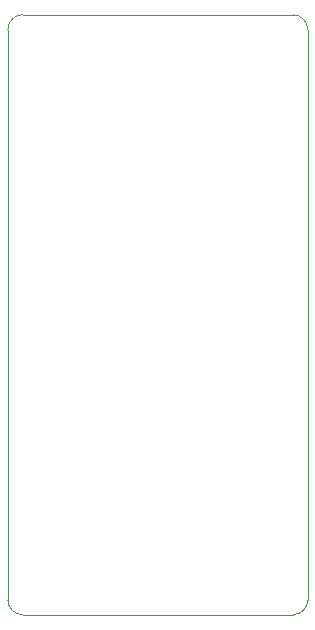
<source format=gm1>
%TF.GenerationSoftware,KiCad,Pcbnew,8.0.8*%
%TF.CreationDate,2025-01-23T20:15:16-05:00*%
%TF.ProjectId,compact_sqm,636f6d70-6163-4745-9f73-716d2e6b6963,rev?*%
%TF.SameCoordinates,Original*%
%TF.FileFunction,Profile,NP*%
%FSLAX46Y46*%
G04 Gerber Fmt 4.6, Leading zero omitted, Abs format (unit mm)*
G04 Created by KiCad (PCBNEW 8.0.8) date 2025-01-23 20:15:16*
%MOMM*%
%LPD*%
G01*
G04 APERTURE LIST*
%TA.AperFunction,Profile*%
%ADD10C,0.050000*%
%TD*%
G04 APERTURE END LIST*
D10*
X151130000Y-76200000D02*
G75*
G02*
X152400000Y-77470000I0J-1270000D01*
G01*
X127000000Y-77470000D02*
X127000000Y-125730000D01*
X151130000Y-76200000D02*
X128270000Y-76200000D01*
X128270000Y-127000000D02*
G75*
G02*
X127000000Y-125730000I0J1270000D01*
G01*
X128270000Y-127000000D02*
X151130000Y-127000000D01*
X152400000Y-125730000D02*
X152400000Y-77470000D01*
X152400000Y-125730000D02*
G75*
G02*
X151130000Y-127000000I-1270000J0D01*
G01*
X127000000Y-77470000D02*
G75*
G02*
X128270000Y-76200000I1270000J0D01*
G01*
M02*

</source>
